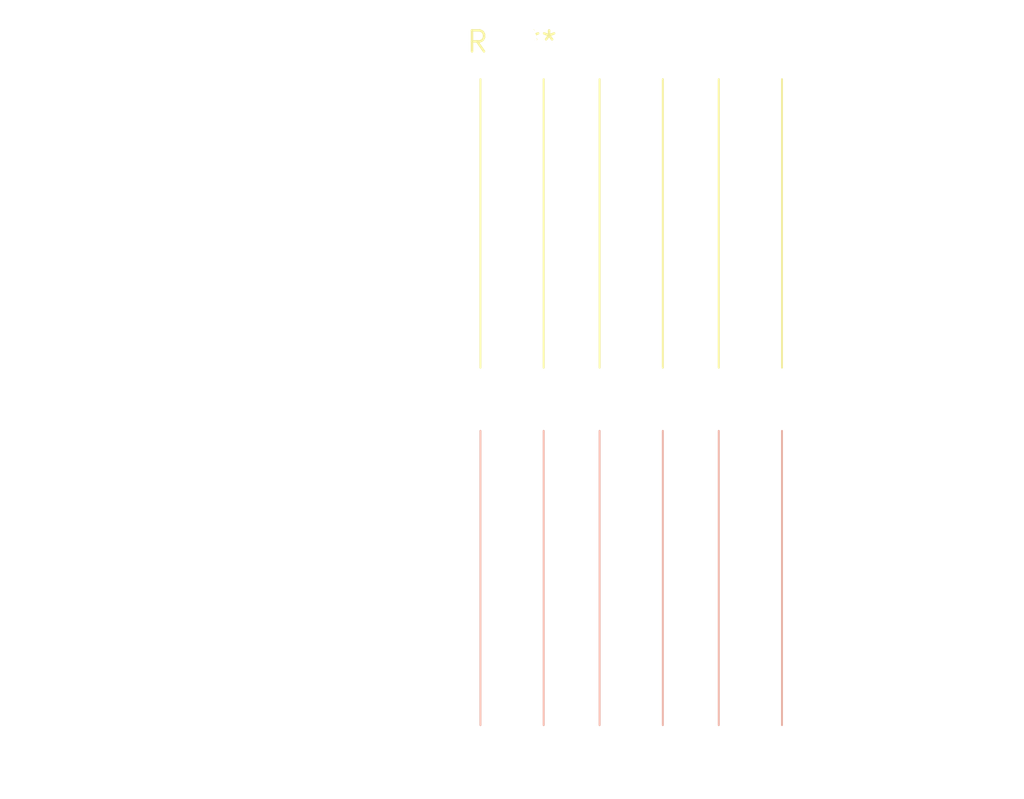
<source format=kicad_pcb>
(kicad_pcb (version 20240108) (generator pcbnew)
  (layers (0 "F.Cu" signal) (31 "B.Cu" signal) (34 "B.Paste" user) (35 "F.Paste" user) (36 "B.SilkS" user "B.Silkscreen") (37 "F.SilkS" user "F.Silkscreen") (38 "B.Mask" user) (39 "F.Mask" user) (44 "Edge.Cuts" user))
  (net 0 "")
  (footprint "SolderWire-2.5sqmm_1x03_P7.2mm_D2.4mm_OD3.6mm_Relief2x" (layer "F.Cu") (at 0 0)
    (property "Reference" "REF**")
    (property "Value" "SolderWire-2.5sqmm_1x03_P7.2mm_D2.4mm_OD3.6mm_Relief2x")
    (fp_line (start -1.91 23.51) (end -1.91 41.29) (layer "B.SilkS") (stroke (width 0.12)))
    (fp_line (start 1.91 23.51) (end 1.91 41.29) (layer "B.SilkS") (stroke (width 0.12)))
    (fp_line (start 5.29 23.51) (end 5.29 41.29) (layer "B.SilkS") (stroke (width 0.12)))
    (fp_line (start 9.11 23.51) (end 9.11 41.29) (layer "B.SilkS") (stroke (width 0.12)))
    (fp_line (start 12.49 23.51) (end 12.49 41.29) (layer "B.SilkS") (stroke (width 0.12)))
    (fp_line (start 16.31 23.51) (end 16.31 41.29) (layer "B.SilkS") (stroke (width 0.12)))
    (fp_line (start -1.91 2.26) (end -1.91 19.69) (layer "F.SilkS") (stroke (width 0.12)))
    (fp_line (start 1.91 2.26) (end 1.91 19.69) (layer "F.SilkS") (stroke (width 0.12)))
    (fp_line (start 5.29 2.26) (end 5.29 19.69) (layer "F.SilkS") (stroke (width 0.12)))
    (fp_line (start 9.11 2.26) (end 9.11 19.69) (layer "F.SilkS") (stroke (width 0.12)))
    (fp_line (start 12.49 2.26) (end 12.49 19.69) (layer "F.SilkS") (stroke (width 0.12)))
    (fp_line (start 16.31 2.26) (end 16.31 19.69) (layer "F.SilkS") (stroke (width 0.12)))
    (pad "" np_thru_hole circle (at 0 21.6) (size 4.1 4.1) (drill 4.1) (layers *.Cu *.Mask))
    (pad "" np_thru_hole circle (at 0 43.2) (size 4.1 4.1) (drill 4.1) (layers *.Cu *.Mask))
    (pad "" np_thru_hole circle (at 7.2 21.6) (size 4.1 4.1) (drill 4.1) (layers *.Cu *.Mask))
    (pad "" np_thru_hole circle (at 7.2 43.2) (size 4.1 4.1) (drill 4.1) (layers *.Cu *.Mask))
    (pad "" np_thru_hole circle (at 14.4 21.6) (size 4.1 4.1) (drill 4.1) (layers *.Cu *.Mask))
    (pad "" np_thru_hole circle (at 14.4 43.2) (size 4.1 4.1) (drill 4.1) (layers *.Cu *.Mask))
    (pad "1" thru_hole roundrect (at 0 0) (size 4 4) (drill 3) (layers *.Cu *.Mask) (remove_unused_layers) (roundrect_rratio 0.0625))
    (pad "2" thru_hole circle (at 7.2 0) (size 4 4) (drill 3) (layers *.Cu *.Mask) (remove_unused_layers))
    (pad "3" thru_hole circle (at 14.4 0) (size 4 4) (drill 3) (layers *.Cu *.Mask) (remove_unused_layers))
  )
)
</source>
